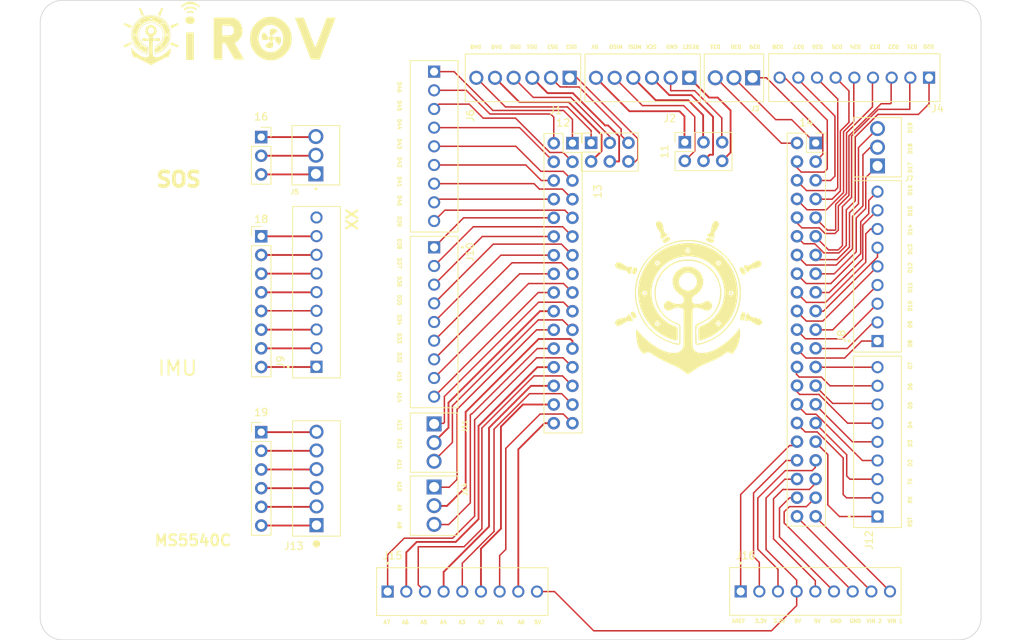
<source format=kicad_pcb>
(kicad_pcb (version 20211014) (generator pcbnew)
  (layers (0 "F.Cu" signal) (31 "B.Cu" signal) (34 "B.Paste" user) (35 "F.Paste" user) (36 "B.SilkS" user "B.Silkscreen") (37 "F.SilkS" user "F.Silkscreen") (38 "B.Mask" user) (39 "F.Mask" user) (44 "Edge.Cuts" user))
  (net 0 "")
  (footprint "rosta:Rosta 9" (layer "F.Cu") (at 113.5888 95.8564 -90)
    (fp_text reference "J6")
    (fp_text value "282834-9")
  )
  (footprint "rosta:Rosta 9" (layer "F.Cu") (at 97.5868 115.697 90)
    (fp_text reference "J9")
    (fp_text value "282834-9")
  )
  (footprint "rosta:Rosta 6" (layer "F.Cu") (at 141.9606 86.5346 180)
    (fp_text reference "J2")
    (fp_text value "282834-6")
  )
  (footprint "MountingHole:MountingHole_3.2mm_M3" (layer "F.Cu") (at 98.171 157.48)
    (fp_text reference "REF**" hide)
    (fp_text value "MountingHole_3.2mm_M3")
  )
  (footprint "MountingHole:MountingHole_3.2mm_M3" (layer "F.Cu") (at 184.3786 127.0508)
    (fp_text reference "REF**" hide)
    (fp_text value "MountingHole_3.2mm_M3")
  )
  (footprint "rosta:Rosta 3" (layer "F.Cu") (at 156.9213 86.5346 180)
    (fp_text reference "J3")
    (fp_text value "282834-3")
  )
  (footprint "MountingHole:MountingHole_3.2mm_M3" (layer "F.Cu") (at 64.008 127.0762)
    (fp_text reference "REF**" hide)
    (fp_text value "MountingHole_3.2mm_M3")
  )
  (footprint "Connector_PinHeader_2.54mm:PinHeader_1x08_P2.54mm_Vertical" (layer "F.Cu") (at 90.0684 108.1024)
    (fp_text reference "18")
    (fp_text value "PinHeader_1x08_P2.54mm_Vertical")
  )
  (footprint "rosta:Rosta 6" (layer "F.Cu") (at 125.6817 86.5346 180)
    (fp_text reference "J1")
    (fp_text value "282834-6")
  )
  (footprint "MountingHole:MountingHole_3.2mm_M3" (layer "F.Cu") (at 106.2736 79.629)
    (fp_text reference "REF**" hide)
    (fp_text value "MountingHole_3.2mm_M3")
  )
  (footprint "rosta:Rosta 3" (layer "F.Cu") (at 173.9138 98.5235 90)
    (fp_text reference "J7")
    (fp_text value "282834-3")
  )
  (footprint "rosta:Rosta 9" (layer "F.Cu") (at 165.4556 156.4185)
    (fp_text reference "J16")
    (fp_text value "282834-9")
  )
  (footprint "MountingHole:MountingHole_3.2mm_M3" (layer "F.Cu") (at 147.2692 157.4546)
    (fp_text reference "REF**" hide)
    (fp_text value "MountingHole_3.2mm_M3")
  )
  (footprint "Logos:ww" (layer "F.Cu") (at 148.209 116.4082)
    (fp_text reference "." hide)
    (fp_text value "." hide)
  )
  (footprint "rosta:Rosta 3" (layer "F.Cu") (at 97.5 99.6115 90)
    (fp_text reference "J5")
    (fp_text value "282834-3")
  )
  (footprint "Connector_PinSocket_2.54mm:PinSocket_2x03_P2.54mm_Vertical" (layer "F.Cu") (at 134.9502 95.377 90)
    (fp_text reference "13")
    (fp_text value "PinSocket_2x03_P2.54mm_Vertical")
  )
  (footprint "rosta:Rosta 6" (layer "F.Cu") (at 97.5868 141.0462 90)
    (fp_text reference "J13")
    (fp_text value "282834-6")
  )
  (footprint "rosta:Rosta 9" (layer "F.Cu") (at 113.5888 119.7578 -90)
    (fp_text reference "J10")
    (fp_text value "282834-9")
  )
  (footprint "rosta:Rosta 9" (layer "F.Cu") (at 173.9138 112.1886 90)
    (fp_text reference "J8")
    (fp_text value "282834-9")
  )
  (footprint "MountingHole:MountingHole_3.2mm_M3" (layer "F.Cu") (at 184.3786 101.5746)
    (fp_text reference "REF**" hide)
    (fp_text value "MountingHole_3.2mm_M3")
  )
  (footprint "rosta:Rosta 3" (layer "F.Cu") (at 113.5888 133.6261 -90)
    (fp_text reference "J11")
    (fp_text value "282834-3")
  )
  (footprint "Connector_PinSocket_2.54mm:PinSocket_2x21_P2.54mm_Vertical" (layer "F.Cu") (at 165.5 95.4)
    (fp_text reference "14")
    (fp_text value "PinSocket_2x21_P2.54mm_Vertical")
  )
  (footprint "Connector_PinSocket_2.54mm:PinSocket_1x03_P2.54mm_Vertical" (layer "F.Cu") (at 90.0632 94.6)
    (fp_text reference "16")
    (fp_text value "PinSocket_1x03_P2.54mm_Vertical")
  )
  (footprint "MountingHole:MountingHole_3.2mm_M3" (layer "F.Cu") (at 184.3786 157.48)
    (fp_text reference "REF**" hide)
    (fp_text value "MountingHole_3.2mm_M3")
  )
  (footprint "rosta:Rosta 9" (layer "F.Cu") (at 117.4242 156.4354)
    (fp_text reference "J15")
    (fp_text value "282834-9")
  )
  (footprint "MountingHole:MountingHole_3.2mm_M3" (layer "F.Cu") (at 184.3786 79.6544)
    (fp_text reference "REF**" hide)
    (fp_text value "MountingHole_3.2mm_M3")
  )
  (footprint "Connector_PinSocket_2.54mm:PinSocket_2x16_P2.54mm_Vertical" (layer "F.Cu") (at 132.4102 95.4278)
    (fp_text reference "12")
    (fp_text value "PinSocket_2x16_P2.54mm_Vertical")
  )
  (footprint "rosta:Rosta 9" (layer "F.Cu") (at 173.9138 136.0646 90)
    (fp_text reference "J12")
    (fp_text value "282834-9")
  )
  (footprint "MountingHole:MountingHole_3.2mm_M3" (layer "F.Cu") (at 64.008 79.6798)
    (fp_text reference "REF**" hide)
    (fp_text value "MountingHole_3.2mm_M3")
  )
  (footprint "Connector_PinHeader_2.54mm:PinHeader_1x06_P2.54mm_Vertical" (layer "F.Cu") (at 90.0684 134.747)
    (fp_text reference "19")
    (fp_text value "PinHeader_1x06_P2.54mm_Vertical")
  )
  (footprint "MountingHole:MountingHole_3.2mm_M3" (layer "F.Cu") (at 64.008 101.6)
    (fp_text reference "REF**" hide)
    (fp_text value "MountingHole_3.2mm_M3")
  )
  (footprint "rosta:Rosta 3" (layer "F.Cu") (at 113.5888 142.2114 -90)
    (fp_text reference "J14")
    (fp_text value "282834-3")
  )
  (footprint "Connector_PinSocket_2.54mm:PinSocket_2x03_P2.54mm_Vertical" (layer "F.Cu") (at 147.7 95.3 90)
    (fp_text reference "11")
    (fp_text value "PinSocket_2x03_P2.54mm_Vertical")
  )
  (footprint "rosta:Rosta 9" (layer "F.Cu") (at 170.7642 86.5124 180)
    (fp_text reference "J4")
    (fp_text value "282834-9")
  )
  (footprint "MountingHole:MountingHole_3.2mm_M3" (layer "F.Cu") (at 64.008 157.5054)
    (fp_text reference "REF**" hide)
    (fp_text value "MountingHole_3.2mm_M3")
  )
  (footprint "Logos:pp" (layer "F.Cu") (at 85.62629 80.708935)
    (fp_text reference ".")
    (fp_text value "." hide)
  )
  (gr_arc (start 185 76) (mid 187.12132 76.87868) (end 188 79) (layer "Edge.Cuts") (width 0.1))
  (gr_arc (start 63 163) (mid 60.87868 162.12132) (end 60 160) (layer "Edge.Cuts") (width 0.1))
  (gr_line (start 188 79) (end 188 160) (layer "Edge.Cuts") (width 0.1))
  (gr_line (start 185 163) (end 63 163) (layer "Edge.Cuts") (width 0.1))
  (gr_line (start 63 76) (end 185 76) (layer "Edge.Cuts") (width 0.1))
  (gr_arc (start 60 79) (mid 60.87868 76.87868) (end 63 76) (layer "Edge.Cuts") (width 0.1))
  (gr_line (start 60 160) (end 60 79) (layer "Edge.Cuts") (width 0.1))
  (gr_arc (start 188 160) (mid 187.12132 162.12132) (end 185 163) (layer "Edge.Cuts") (width 0.1))
  (gr_text "5V" (at 127.6858 160.601) (layer "F.SilkS") (effects (font (size 0.5 0.5) (thickness 0.125))))
  (gr_text "A14\n" (at 108.8644 130.0194 270) (layer "F.SilkS") (effects (font (size 0.5 0.5) (thickness 0.125))))
  (gr_text "A0" (at 125.4252 160.601) (layer "F.SilkS") (effects (font (size 0.5 0.5) (thickness 0.125))))
  (gr_text "D17" (at 178.3588 98.752 90) (layer "F.SilkS") (effects (font (size 0.5 0.5) (thickness 0.125))))
  (gr_text "3.3V" (at 160.5534 160.4486) (layer "F.SilkS") (effects (font (size 0.5 0.5) (thickness 0.125))))
  (gr_text "A5" (at 112.1918 160.601) (layer "F.SilkS") (effects (font (size 0.5 0.5) (thickness 0.125))))
  (gr_text "VIN 1" (at 176.3014 160.4486) (layer "F.SilkS") (effects (font (size 0.5 0.5) (thickness 0.125))))
  (gr_text "A2" (at 120.015 160.601) (layer "F.SilkS") (effects (font (size 0.5 0.5) (thickness 0.125))))
  (gr_text "D7" (at 178.3588 125.7014 90) (layer "F.SilkS") (effects (font (size 0.5 0.5) (thickness 0.125))))
  (gr_text "D52" (at 129.7178 82.2928 180) (layer "F.SilkS") (effects (font (size 0.5 0.5) (thickness 0.125))))
  (gr_text "D8" (at 178.3588 122.7042 90) (layer "F.SilkS") (effects (font (size 0.5 0.5) (thickness 0.125))))
  (gr_text "D5" (at 178.3588 131.1116 90) (layer "F.SilkS") (effects (font (size 0.5 0.5) (thickness 0.125))))
  (gr_text "D36" (at 108.8644 114.2714 270) (layer "F.SilkS") (effects (font (size 0.5 0.5) (thickness 0.125))))
  (gr_text "5V" (at 163.068 160.4486) (layer "F.SilkS") (effects (font (size 0.5 0.5) (thickness 0.125))))
  (gr_text "SCK" (at 143.1036 82.2928 180) (layer "F.SilkS") (effects (font (size 0.5 0.5) (thickness 0.125))))
  (gr_text "D41" (at 108.8644 100.6824 270) (layer "F.SilkS") (effects (font (size 0.5 0.5) (thickness 0.125))))
  (gr_text "D11" (at 178.3588 115.0588 90) (layer "F.SilkS") (effects (font (size 0.5 0.5) (thickness 0.125))))
  (gr_text "D24" (at 170.9166 82.2928 180) (layer "F.SilkS") (effects (font (size 0.5 0.5) (thickness 0.125))))
  (gr_text "A6" (at 109.6772 160.601) (layer "F.SilkS") (effects (font (size 0.5 0.5) (thickness 0.125))))
  (gr_text "GND\n" (at 170.8912 160.4486) (layer "F.SilkS") (effects (font (size 0.5 0.5) (thickness 0.125))))
  (gr_text "D53" (at 132.2832 82.2928 180) (layer "F.SilkS") (effects (font (size 0.5 0.5) (thickness 0.125))))
  (gr_text "D20" (at 180.8734 82.2706 180) (layer "F.SilkS") (effects (font (size 0.5 0.5) (thickness 0.125))))
  (gr_text "A1" (at 122.5804 160.601) (layer "F.SilkS") (effects (font (size 0.5 0.5) (thickness 0.125))))
  (gr_text "VIN 2\n" (at 173.4566 160.4486) (layer "F.SilkS") (effects (font (size 0.5 0.5) (thickness 0.125))))
  (gr_text "D26" (at 165.7604 82.2928 180) (layer "F.SilkS") (effects (font (size 0.5 0.5) (thickness 0.125))))
  (gr_text "A15" (at 108.8644 127.1746 270) (layer "F.SilkS") (effects (font (size 0.5 0.5) (thickness 0.125))))
  (gr_text "GND" (at 145.9484 82.2928 180) (layer "F.SilkS") (effects (font (size 0.5 0.5) (thickness 0.125))))
  (gr_text "D19" (at 178.3588 93.3418 90) (layer "F.SilkS") (effects (font (size 0.5 0.5) (thickness 0.125))))
  (gr_text "D10" (at 178.3588 117.5734 90) (layer "F.SilkS") (effects (font (size 0.5 0.5) (thickness 0.125))))
  (gr_text "D34" (at 108.8644 119.453 270) (layer "F.SilkS") (effects (font (size 0.5 0.5) (thickness 0.125))))
  (gr_text "D31" (at 151.8158 82.2928 180) (layer "F.SilkS") (effects (font (size 0.5 0.5) (thickness 0.125))))
  (gr_text "A10" (at 108.8644 142.1352 270) (layer "F.SilkS") (effects (font (size 0.5 0.5) (thickness 0.125))))
  (gr_text "D29" (at 157.226 82.2928 180) (layer "F.SilkS") (effects (font (size 0.5 0.5) (thickness 0.125))))
  (gr_text "D25" (at 168.402 82.2928 180) (layer "F.SilkS") (effects (font (size 0.5 0.5) (thickness 0.125))))
  (gr_text "3.3V" (at 158.0388 160.4486) (layer "F.SilkS") (effects (font (size 0.5 0.5) (thickness 0.125))))
  (gr_text "A3" (at 117.3734 160.601) (layer "F.SilkS") (effects (font (size 0.5 0.5) (thickness 0.125))))
  (gr_text "5V\n" (at 165.735 160.4486) (layer "F.SilkS") (effects (font (size 0.5 0.5) (thickness 0.125))))
  (gr_text "D50" (at 124.6632 82.2928 180) (layer "F.SilkS") (effects (font (size 0.5 0.5) (thickness 0.125))))
  (gr_text "D27" (at 163.195 82.2928 180) (layer "F.SilkS") (effects (font (size 0.5 0.5) (thickness 0.125))))
  (gr_text "D44" (at 108.8644 92.8592 270) (layer "F.SilkS") (effects (font (size 0.5 0.5) (thickness 0.125))))
  (gr_text "RX\n" (at 178.3588 143.964 90) (layer "F.SilkS") (effects (font (size 0.5 0.5) (thickness 0.125))))
  (gr_text "D14" (at 178.3588 107.2356 90) (layer "F.SilkS") (effects (font (size 0.5 0.5) (thickness 0.125))))
  (gr_text "D16" (at 178.3588 101.8254 90) (layer "F.SilkS") (effects (font (size 0.5 0.5) (thickness 0.125))))
  (gr_text "D49" (at 122.0978 82.2928 180) (layer "F.SilkS") (effects (font (size 0.5 0.5) (thickness 0.125))))
  (gr_text "SOS" (at 78.8416 100.3554) (layer "F.SilkS") (effects (font (size 2 2) (thickness 0.5))))
  (gr_text "5V" (at 135.4836 82.2928 180) (layer "F.SilkS") (effects (font (size 0.5 0.5) (thickness 0.125))))
  (gr_text "MOSI" (at 140.8938 82.2928 180) (layer "F.SilkS") (effects (font (size 0.5 0.5) (thickness 0.125))))
  (gr_text "D42" (at 108.8644 98.0408 270) (layer "F.SilkS") (effects (font (size 0.5 0.5) (thickness 0.125))))
  (gr_text "D22" (at 176.0982 82.2928 180) (layer "F.SilkS") (effects (font (size 0.5 0.5) (thickness 0.125))))
  (gr_text "RESET\n" (at 148.5138 82.2928 180) (layer "F.SilkS") (effects (font (size 0.5 0.5) (thickness 0.125))))
  (gr_text "A8\n" (at 108.8644 147.4184 270) (layer "F.SilkS") (effects (font (size 0.5 0.5) (thickness 0.125))))
  (gr_text "D39" (at 108.8644 106.0926 270) (layer "F.SilkS") (effects (font (size 0.5 0.5) (thickness 0.125))))
  (gr_text "D21" (at 178.6128 82.2928 180) (layer "F.SilkS") (effects (font (size 0.5 0.5) (thickness 0.125))))
  (gr_text "D9" (at 178.3588 120.088 90) (layer "F.SilkS") (effects (font (size 0.5 0.5) (thickness 0.125))))
  (gr_text "A9" (at 108.8644 145.0308 270) (layer "F.SilkS") (effects (font (size 0.5 0.5) (thickness 0.125))))
  (gr_text "D23" (at 173.5836 82.2928 180) (layer "F.SilkS") (effects (font (size 0.5 0.5) (thickness 0.125))))
  (gr_text "A7" (at 107.1626 160.601) (layer "F.SilkS") (effects (font (size 0.5 0.5) (thickness 0.125))))
  (gr_text "D6" (at 178.3588 128.5462 90) (layer "F.SilkS") (effects (font (size 0.5 0.5) (thickness 0.125))))
  (gr_text "MISO\n" (at 138.3284 82.2928 180) (layer "F.SilkS") (effects (font (size 0.5 0.5) (thickness 0.125))))
  (gr_text "D3" (at 178.3588 136.2678 90) (layer "F.SilkS") (effects (font (size 0.5 0.5) (thickness 0.125))))
  (gr_text "A12" (at 108.8644 136.3186 270) (layer "F.SilkS") (effects (font (size 0.5 0.5) (thickness 0.125))))
  (gr_text "TX" (at 178.3588 141.4494 90) (layer "F.SilkS") (effects (font (size 0.5 0.5) (thickness 0.125))))
  (gr_text "D48" (at 119.253 82.2928 180) (layer "F.SilkS") (effects (font (size 0.5 0.5) (thickness 0.125))))
  (gr_text "D40" (at 108.8644 103.2478 270) (layer "F.SilkS") (effects (font (size 0.5 0.5) (thickness 0.125))))
  (gr_text "D43" (at 108.8644 95.5262 270) (layer "F.SilkS") (effects (font (size 0.5 0.5) (thickness 0.125))))
  (gr_text "IMU" (at 78.6892 126.0348) (layer "F.SilkS") (effects (font (size 2 2) (thickness 0.25))))
  (gr_text "D33" (at 108.8644 121.9676 270) (layer "F.SilkS") (effects (font (size 0.5 0.5) (thickness 0.125))))
  (gr_text "D37" (at 108.8644 111.7568 270) (layer "F.SilkS") (effects (font (size 0.5 0.5) (thickness 0.125))))
  (gr_text "D18" (at 178.3588 96.1866 90) (layer "F.SilkS") (effects (font (size 0.5 0.5) (thickness 0.125))))
  (gr_text "A13" (at 108.8644 133.7532 270) (layer "F.SilkS") (effects (font (size 0.5 0.5) (thickness 0.125))))
  (gr_text "AREF\n" (at 155.0162 160.4486) (layer "F.SilkS") (effects (font (size 0.5 0.5) (thickness 0.125))))
  (gr_text "D12" (at 178.3588 112.3918 90) (layer "F.SilkS") (effects (font (size 0.5 0.5) (thickness 0.125))))
  (gr_text "XX\n" (at 102.3 105.8 270) (layer "F.SilkS") (effects (font (size 1.5 1.5) (thickness 0.3))))
  (gr_text "A11" (at 108.8644 139.1634 270) (layer "F.SilkS") (effects (font (size 0.5 0.5) (thickness 0.125))))
  (gr_text "D13" (at 178.3588 109.8772 90) (layer "F.SilkS") (effects (font (size 0.5 0.5) (thickness 0.125))))
  (gr_text "D28" (at 160.3502 82.2928 180) (layer "F.SilkS") (effects (font (size 0.5 0.5) (thickness 0.125))))
  (gr_text "D4" (at 178.3588 133.7532 90) (layer "F.SilkS") (effects (font (size 0.5 0.5) (thickness 0.125))))
  (gr_text "MS5540C\n" (at 80.772 149.479) (layer "F.SilkS") (effects (font (size 1.5 1.5) (thickness 0.3))))
  (gr_text "D32" (at 108.8644 124.6092 270) (layer "F.SilkS") (effects (font (size 0.5 0.5) (thickness 0.125))))
  (gr_text "D30" (at 154.6606 82.2928 180) (layer "F.SilkS") (effects (font (size 0.5 0.5) (thickness 0.125))))
  (gr_text "D15" (at 178.3588 104.6702 90) (layer "F.SilkS") (effects (font (size 0.5 0.5) (thickness 0.125))))
  (gr_text "RST\n" (at 178.3588 146.9866 90) (layer "F.SilkS") (effects (font (size 0.5 0.5) (thickness 0.125))))
  (gr_text "D38" (at 108.8644 109.1406 270) (layer "F.SilkS") (effects (font (size 0.5 0.5) (thickness 0.125))))
  (gr_text "D35" (at 108.8644 116.786 270) (layer "F.SilkS") (effects (font (size 0.5 0.5) (thickness 0.125))))
  (gr_text "A4" (at 114.8588 160.601) (layer "F.SilkS") (effects (font (size 0.5 0.5) (thickness 0.125))))
  (gr_text "D51" (at 126.873 82.2928 180) (layer "F.SilkS") (effects (font (size 0.5 0.5) (thickness 0.125))))
  (gr_text "D2" (at 178.3588 138.9348 90) (layer "F.SilkS") (effects (font (size 0.5 0.5) (thickness 0.125))))
  (gr_text "D45" (at 108.8644 90.3446 270) (layer "F.SilkS") (effects (font (size 0.5 0.5) (thickness 0.125))))
  (gr_text "GND\n" (at 168.2496 160.4486) (layer "F.SilkS") (effects (font (size 0.5 0.5) (thickness 0.125))))
  (gr_text "D46" (at 108.8644 87.83 270) (layer "F.SilkS") (effects (font (size 0.5 0.5) (thickness 0.125))))
  (segment (start 113.5888 88.2364) (end 117.9576 88.2364) (width 0.2) (layer "F.Cu") (net 0))
  (segment (start 165.4302 95.4278) (end 162.2298 92.2274) (width 0.2) (layer "F.Cu") (net 0))
  (segment (start 166.4716 96.9264) (end 166.4716 94.2054) (width 0.2) (layer "F.Cu") (net 0))
  (segment (start 127.9874 118.2878) (end 129.8702 118.2878) (width 0.25) (layer "F.Cu") (net 0))
  (segment (start 152.1714 89.227) (end 153.924 90.9796) (width 0.25) (layer "F.Cu") (net 0))
  (segment (start 97.536 137.287) (end 97.5868 137.2362) (width 0.25) (layer "F.Cu") (net 0))
  (segment (start 146.9644 91.0812) (end 147.6502 91.767) (width 0.25) (layer "F.Cu") (net 0))
  (segment (start 165.4302 138.6046) (end 165.4302 138.6078) (width 0.2) (layer "F.Cu") (net 0))
  (segment (start 114.9858 133.423) (end 114.8588 133.55) (width 0.2) (layer "F.Cu") (net 0))
  (segment (start 127.5302 120.8278) (end 116.713 131.645) (width 0.2) (layer "F.Cu") (net 0))
  (segment (start 178.308 90.8272) (end 178.308 86.5886) (width 0.2) (layer "F.Cu") (net 0))
  (segment (start 90.0684 120.8024) (end 97.5614 120.8024) (width 0.25) (layer "F.Cu") (net 0))
  (segment (start 151.5364 97.0026) (end 151.0774 97.0026) (width 0.25) (layer "F.Cu") (net 0))
  (segment (start 90.0632 97.14) (end 97.4315 97.14) (width 0.25) (layer "F.Cu") (net 0))
  (segment (start 149.0472 91.8178) (end 147.5486 90.3192) (width 0.2) (layer "F.Cu") (net 0))
  (segment (start 132.4102 110.6678) (end 130.9084 109.166) (width 0.2) (layer "F.Cu") (net 0))
  (segment (start 139.0396 93.5196) (end 133.3024 87.7824) (width 0.2) (layer "F.Cu") (net 0))
  (segment (start 160.0741 92.2274) (end 154.3813 86.5346) (width 0.2) (layer "F.Cu") (net 0))
  (segment (start 160.5788 149.0017) (end 167.9956 156.4185) (width 0.2) (layer "F.Cu") (net 0))
  (segment (start 115.5699 147.3169) (end 113.5888 147.3169) (width 0.2) (layer "F.Cu") (net 0))
  (segment (start 127.8128 117.0654) (end 114.9858 129.8924) (width 0.2) (layer "F.Cu") (net 0))
  (segment (start 118.9228 106.8038) (end 113.5888 112.1378) (width 0.2) (layer "F.Cu") (net 0))
  (segment (start 132.4102 97.9678) (end 131.137 96.6946) (width 0.2) (layer "F.Cu") (net 0))
  (segment (start 131.0354 101.673) (end 127.9144 101.673) (width 0.2) (layer "F.Cu") (net 0))
  (segment (start 129.3368 96.6946) (end 124.6632 92.021) (width 0.2) (layer "F.Cu") (net 0))
  (segment (start 120.0912 134.185) (end 120.0912 147.901) (width 0.2) (layer "F.Cu") (net 0))
  (segment (start 122.6788 110.6678) (end 113.5888 119.7578) (width 0.2) (layer "F.Cu") (net 0))
  (segment (start 175.6156 156.4132) (end 175.6156 156.4185) (width 0.2) (layer "F.Cu") (net 0))
  (segment (start 126.4412 114.5254) (end 113.5888 127.3778) (width 0.2) (layer "F.Cu") (net 0))
  (segment (start 151.5364 91.8432) (end 151.5364 97.0026) (width 0.25) (layer "F.Cu") (net 0))
  (segment (start 121.6406 109.166) (end 113.5888 117.2178) (width 0.2) (layer "F.Cu") (net 0))
  (segment (start 165.4302 100.5078) (end 167.5352 100.5078) (width 0.2) (layer "F.Cu") (net 0))
  (segment (start 131.9022 89.8366) (end 136.3726 94.307) (width 0.25) (layer "F.Cu") (net 0))
  (segment (start 129.8702 91.894) (end 129.8702 95.4024) (width 0.2) (layer "F.Cu") (net 0))
  (segment (start 132.4102 115.7478) (end 131.1878 114.5254) (width 0.2) (layer "F.Cu") (net 0))
  (segment (start 172.72 103.2224) (end 173.9138 102.0286) (width 0.2) (layer "F.Cu") (net 0))
  (segment (start 138.7602 97.863) (end 138.7062 97.917) (width 0.25) (layer "F.Cu") (net 0))
  (segment (start 163.8776 109.1152) (end 165.3794 109.1152) (width 0.2) (layer "F.Cu") (net 0))
  (segment (start 97.536 134.747) (end 97.5868 134.6962) (width 0.25) (layer "F.Cu") (net 0))
  (segment (start 160.3756 156.4185) (end 160.3756 153.4128) (width 0.2) (layer "F.Cu") (net 0))
  (segment (start 131.7244 90.497) (end 123.2941 90.497) (width 0.2) (layer "F.Cu") (net 0))
  (segment (start 167.0812 98.9298) (end 166.6494 99.3616) (width 0.2) (layer "F.Cu") (net 0))
  (segment (start 109.8042 151.1014) (end 111.2266 149.679) (width 0.25) (layer "F.Cu") (net 0))
  (segment (start 117.8814 142.2368) (end 117.8814 132.0006) (width 0.25) (layer "F.Cu") (net 0))
  (segment (start 132.4102 105.5878) (end 131.3656 104.5432) (width 0.2) (layer "F.Cu") (net 0))
  (segment (start 90.0684 110.6424) (end 97.5614 110.6424) (width 0.25) (layer "F.Cu") (net 0))
  (segment (start 126.7682 128.4478) (end 129.8702 128.4478) (width 0.25) (layer "F.Cu") (net 0))
  (segment (start 169.6974 143.6846) (end 173.9138 143.6846) (width 0.2) (layer "F.Cu") (net 0))
  (segment (start 131.0608 127.0984) (end 127.1778 127.0984) (width 0.2) (layer "F.Cu") (net 0))
  (segment (start 175.768 89.9636) (end 175.6664 90.0652) (width 0.2) (layer "F.Cu") (net 0))
  (segment (start 90.0684 134.747) (end 97.536 134.747) (width 0.25) (layer "F.Cu") (net 0))
  (segment (start 174.3964 90.0652) (end 170.0276 94.434) (width 0.2) (layer "F.Cu") (net 0))
  (segment (start 168.1226 99.9204) (end 168.1226 91.7448) (width 0.2) (layer "F.Cu") (net 0))
  (segment (start 97.536 144.907) (end 97.5868 144.8562) (width 0.25) (layer "F.Cu") (net 0))
  (segment (start 115.5446 130.7306) (end 127.9874 118.2878) (width 0.25) (layer "F.Cu") (net 0))
  (segment (start 164.2396 144.8784) (end 161.925 144.8784) (width 0.2) (layer "F.Cu") (net 0))
  (segment (start 159.4866 161.7726) (end 135.3058 161.7726) (width 0.2) (layer "F.Cu") (net 0))
  (segment (start 113.5888 136.09) (end 115.5446 134.1342) (width 0.25) (layer "F.Cu") (net 0))
  (segment (start 122.5042 151.5332) (end 122.5042 156.4354) (width 0.2) (layer "F.Cu") (net 0))
  (segment (start 126.5682 129.5114) (end 121.7422 134.3374) (width 0.2) (layer "F.Cu") (net 0))
  (segment (start 173.228 90.497) (end 173.228 86.5886) (width 0.2) (layer "F.Cu") (net 0))
  (segment (start 129.4384 91.4622) (end 129.8702 91.894) (width 0.2) (layer "F.Cu") (net 0))
  (segment (start 168.148 107.261) (end 168.2242 107.1848) (width 0.2) (layer "F.Cu") (net 0))
  (segment (start 132.4102 100.5078) (end 131.1624 99.26) (width 0.2) (layer "F.Cu") (net 0))
  (segment (start 134.9502 93.7228) (end 131.7244 90.497) (width 0.2) (layer "F.Cu") (net 0))
  (segment (start 97.5614 120.8024) (end 97.5868 120.777) (width 0.25) (layer "F.Cu") (net 0))
  (segment (start 114.8842 156.4354) (end 114.8842 153.7684) (width 0.25) (layer "F.Cu") (net 0))
  (segment (start 90.0684 147.447) (end 97.536 147.447) (width 0.25) (layer "F.Cu") (net 0))
  (segment (start 117.5988 105.5878) (end 113.5888 109.5978) (width 0.2) (layer "F.Cu") (net 0))
  (segment (start 129.8702 105.5878) (end 117.5988 105.5878) (width 0.2) (layer "F.Cu") (net 0))
  (segment (start 128.016 132.28) (end 123.3424 136.9536) (width 0.2) (layer "F.Cu") (net 0))
  (segment (start 116.713 131.645) (end 116.713 141.17) (width 0.2) (layer "F.Cu") (net 0))
  (segment (start 120.1388 108.1278) (end 113.5888 114.6778) (width 0.2) (layer "F.Cu") (net 0))
  (segment (start 132.1784 89.2016) (end 127.0787 89.2016) (width 0.2) (layer "F.Cu") (net 0))
  (segment (start 132.4102 113.2078) (end 130.9084 111.706) (width 0.2) (layer "F.Cu") (net 0))
  (segment (start 157.0482 151.6856) (end 157.8356 152.473) (width 0.2) (layer "F.Cu") (net 0))
  (segment (start 118.745 132.2546) (end 118.6688 132.2546) (width 0.2) (layer "F.Cu") (net 0))
  (segment (start 136.8552 93.0116) (end 137.2616 93.0116) (width 0.25) (layer "F.Cu") (net 0))
  (segment (start 167.1034 107.261) (end 168.148 107.261) (width 0.2) (layer "F.Cu") (net 0))
  (segment (start 140.0302 95.377) (end 139.0396 94.3864) (width 0.2) (layer "F.Cu") (net 0))
  (segment (start 119.1006 146.1738) (end 116.1034 149.171) (width 0.2) (layer "F.Cu") (net 0))
  (segment (start 158.75 150.7204) (end 162.9156 154.886) (width 0.2) (layer "F.Cu") (net 0))
  (segment (start 132.1308 122.0692) (end 132.4102 122.3486) (width 0.25) (layer "F.Cu") (net 0))
  (segment (start 169.8498 133.5246) (end 165.9382 129.613) (width 0.2) (layer "F.Cu") (net 0))
  (segment (start 164.2332 117.0908) (end 166.8526 117.0908) (width 0.2) (layer "F.Cu") (net 0))
  (segment (start 136.3726 94.307) (end 136.3726 96.4946) (width 0.25) (layer "F.Cu") (net 0))
  (segment (start 116.3066 85.6964) (end 113.5888 85.6964) (width 0.2) (layer "F.Cu") (net 0))
  (segment (start 125.0442 156.4354) (end 125.0442 137.0838) (width 0.25) (layer "F.Cu") (net 0))
  (segment (start 132.4102 103.0478) (end 131.0354 101.673) (width 0.2) (layer "F.Cu") (net 0))
  (segment (start 143.7386 89.5826) (end 148.1582 89.5826) (width 0.25) (layer "F.Cu") (net 0))
  (segment (start 161.2138 147.0967) (end 170.5356 156.4185) (width 0.2) (layer "F.Cu") (net 0))
  (segment (start 132.4102 118.2878) (end 131.1878 117.0654) (width 0.2) (layer "F.Cu") (net 0))
  (segment (start 90.0684 137.287) (end 97.536 137.287) (width 0.25) (layer "F.Cu") (net 0))
  (segment (start 127.0787 89.2016) (end 124.4117 86.5346) (width 0.2) (layer "F.Cu") (net 0))
  (segment (start 145.8468 88.3126) (end 145.7706 88.2364) (width 0.2) (layer "F.Cu") (net 0))
  (segment (start 168.656 110.3598) (end 169.672 109.3438) (width 0.2) (layer "F.Cu") (net 0))
  (segment (start 165.4302 125.9078) (end 173.9106 125.9078) (width 0.2) (layer "F.Cu") (net 0))
  (segment (start 171.323 103.6796) (end 171.323 96.0343) (width 0.2) (layer "F.Cu") (net 0))
  (segment (start 117.8814 132.0006) (end 127.8128 122.0692) (width 0.25) (layer "F.Cu") (net 0))
  (segment (start 165.4334 138.6046) (end 165.4302 138.6078) (width 0.2) (layer "F.Cu") (net 0))
  (segment (start 165.4334 136.0646) (end 165.4302 136.0678) (width 0.2) (layer "F.Cu") (net 0))
  (segment (start 166.9542 104.4924) (end 169.291 102.1556) (width 0.2) (layer "F.Cu") (net 0))
  (segment (start 170.5102 109.801) (end 170.5102 105.3814) (width 0.2) (layer "F.Cu") (net 0))
  (segment (start 170.0276 92.6052) (end 168.8592 93.7736) (width 0.2) (layer "F.Cu") (net 0))
  (segment (start 125.2188 93.3164) (end 129.8702 97.9678) (width 0.2) (layer "F.Cu") (net 0))
  (segment (start 127.7588 115.7478) (end 113.5888 129.9178) (width 0.2) (layer "F.Cu") (net 0))
  (segment (start 168.402 111.2742) (end 170.1038 109.5724) (width 0.2) (layer "F.Cu") (net 0))
  (segment (start 167.5352 100.5078) (end 168.1226 99.9204) (width 0.2) (layer "F.Cu") (net 0))
  (segment (start 145.8722 88.2872) (end 145.8468 88.3126) (width 0.2) (layer "F.Cu") (net 0))
  (segment (start 162.8902 110.6678) (end 164.2332 112.0108) (width 0.2) (layer "F.Cu") (net 0))
  (segment (start 161.2138 145.5896) (end 161.2138 147.0967) (width 0.2) (layer "F.Cu") (net 0))
  (segment (start 129.8702 95.4024) (end 129.8956 95.4278) (width 0.2) (layer "F.Cu") (net 0))
  (segment (start 116.1034 149.171) (end 109.5248 149.171) (width 0.2) (layer "F.Cu") (net 0))
  (segment (start 97.5614 113.1824) (end 97.5868 113.157) (width 0.25) (layer "F.Cu") (net 0))
  (segment (start 168.5036 101.4952) (end 168.5036 89.4302) (width 0.2) (layer "F.Cu") (net 0))
  (segment (start 180.9242 90.0684) (end 180.9242 86.5124) (width 0.2) (layer "F.Cu") (net 0))
  (segment (start 166.0144 106.9562) (end 163.6268 106.9562) (width 0.2) (layer "F.Cu") (net 0))
  (segment (start 163.1442 86.7632) (end 163.1442 86.5124) (width 0.2) (layer "F.Cu") (net 0))
  (segment (start 130.9084 109.166) (end 121.6406 109.166) (width 0.2) (layer "F.Cu") (net 0))
  (segment (start 131.1624 132.28) (end 128.016 132.28) (width 0.2) (layer "F.Cu") (net 0))
  (segment (start 173.7614 130.8322) (end 173.9138 130.9846) (width 0.2) (layer "F.Cu") (net 0))
  (segment (start 130.9338 129.5114) (end 126.5682 129.5114) (width 0.2) (layer "F.Cu") (net 0))
  (segment (start 147.7 97.84) (end 149.0472 96.4928) (width 0.2) (layer "F.Cu") (net 0))
  (segment (start 170.1546 141.1446) (end 169.7228 140.7128) (width 0.2) (layer "F.Cu") (net 0))
  (segment (start 153.924 90.9796) (end 153.924 96.696) (width 0.25) (layer "F.Cu") (net 0))
  (segment (start 113.5888 93.3164) (end 125.2188 93.3164) (width 0.2) (layer "F.Cu") (net 0))
  (segment (start 114.0174 103.0478) (end 113.5888 103.4764) (width 0.2) (layer "F.Cu") (net 0))
  (segment (start 173.9138 133.5246) (end 169.8498 133.5246) (width 0.2) (layer "F.Cu") (net 0))
  (segment (start 173.9138 110.9186) (end 173.9138 109.6486) (width 0.2) (layer "F.Cu") (net 0))
  (segment (start 165.4302 146.2278) (end 175.6156 156.4132) (width 0.2) (layer "F.Cu") (net 0))
  (segment (start 169.2402 138.249) (end 169.2402 143.2274) (width 0.2) (layer "F.Cu") (net 0))
  (segment (start 140.9224 97.9646) (end 140.0302 97.9646) (width 0.2) (layer "F.Cu") (net 0))
  (segment (start 116.713 141.17) (end 115.6461 142.2369) (width 0.2) (layer "F.Cu") (net 0))
  (segment (start 170.0276 88.3158) (end 170.0276 92.6052) (width 0.2) (layer "F.Cu") (net 0))
  (segment (start 172.974 107.1086) (end 173.9138 107.1086) (width 0.2) (layer "F.Cu") (net 0))
  (segment (start 165.4302 128.4478) (end 167.8146 130.8322) (width 0.2) (layer "F.Cu") (net 0))
  (segment (start 111.4298 155.521) (end 112.3442 156.4354) (width 0.2) (layer "F.Cu") (net 0))
  (segment (start 129.8702 110.6678) (end 122.6788 110.6678) (width 0.2) (layer "F.Cu") (net 0))
  (segment (start 153.924 96.696) (end 152.78 97.84) (width 0.25) (layer "F.Cu") (net 0))
  (segment (start 173.9138 128.4446) (end 167.4622 128.4446) (width 0.2) (layer "F.Cu") (net 0))
  (segment (start 158.8008 86.5346) (end 156.9213 86.5346) (width 0.2) (layer "F.Cu") (net 0))
  (segment (start 166.5446 118.2878) (end 173.9138 110.9186) (width 0.2) (layer "F.Cu") (net 0))
  (segment (start 164.2332 119.6308) (end 166.4716 119.6308) (width 0.2) (layer "F.Cu") (net 0))
  (segment (start 161.4646 138.6078) (end 157.0482 143.0242) (width 0.2) (layer "F.Cu") (net 0))
  (segment (start 119.9642 150.5934) (end 122.682 147.8756) (width 0.25) (layer "F.Cu") (net 0))
  (segment (start 158.75 143.71) (end 158.75 150.7204) (width 0.2) (layer "F.Cu") (net 0))
  (segment (start 129.8702 108.1278) (end 120.1388 108.1278) (width 0.2) (layer "F.Cu") (net 0))
  (segment (start 132.4102 122.3486) (end 132.4102 123.3678) (width 0.25) (layer "F.Cu") (net 0))
  (segment (start 128.6002 133.5278) (end 129.8702 133.5278) (width 0.25) (layer "F.Cu") (net 0))
  (segment (start 170.3832 102.816) (end 170.3832 94.4594) (width 0.2) (layer "F.Cu") (net 0))
  (segment (start 164.2078 132.3054) (end 165.5572 132.3054) (width 0.2) (layer "F.Cu") (net 0))
  (segment (start 124.6632 92.021) (end 120.269 92.021) (width 0.2) (layer "F.Cu") (net 0))
  (segment (start 170.0276 94.434) (end 170.0276 102.5366) (width 0.2) (layer "F.Cu") (net 0))
  (segment (start 121.7422 148.2566) (end 117.4242 152.5746) (width 0.2) (layer "F.Cu") (net 0))
  (segment (start 131.0862 106.8038) (end 118.9228 106.8038) (width 0.2) (layer "F.Cu") (net 0))
  (segment (start 157.0482 143.0242) (end 157.0482 151.6856) (width 0.2) (layer "F.Cu") (net 0))
  (segment (start 120.269 92.021) (end 118.364 90.116) (width 0.2) (layer "F.Cu") (net 0))
  (segment (start 165.4334 133.5246) (end 165.4302 133.5278) (width 0.2) (layer "F.Cu") (net 0))
  (segment (start 168.5036 89.4302) (end 165.6842 86.6108) (width 0.2) (layer "F.Cu") (net 0))
  (segment (start 162.8902 113.2078) (end 164.2078 114.5254) (width 0.2) (layer "F.Cu") (net 0))
  (segment (start 137.2616 93.0116) (end 138.7602 94.5102) (width 0.25) (layer "F.Cu") (net 0))
  (segment (start 170.3832 94.4594) (end 174.0154 90.8272) (width 0.2) (layer "F.Cu") (net 0))
  (segment (start 172.3136 111.6298) (end 172.3136 107.769) (width 0.2) (layer "F.Cu") (net 0))
  (segment (start 122.682 133.9818) (end 125.676 130.9878) (width 0.25) (layer "F.Cu") (net 0))
  (segment (start 155.2956 156.4185) (end 155.2956 143.2274) (width 0.2) (layer "F.Cu") (net 0))
  (segment (start 162.2298 92.2274) (end 160.0741 92.2274) (width 0.2) (layer "F.Cu") (net 0))
  (segment (start 137.4902 94.5134) (end 132.1784 89.2016) (width 0.2) (layer "F.Cu") (net 0))
  (segment (start 129.8702 123.3678) (end 127.6318 123.3678) (width 0.2) (layer "F.Cu") (net 0))
  (segment (start 160.5788 145.0562) (end 160.5788 149.0017) (width 0.2) (layer "F.Cu") (net 0))
  (segment (start 157.8356 152.473) (end 157.8356 156.4185) (width 0.2) (layer "F.Cu") (net 0))
  (segment (start 90.0684 144.907) (end 97.536 144.907) (width 0.25) (layer "F.Cu") (net 0))
  (segment (start 173.228 86.5886) (end 173.3042 86.5124) (width 0.2) (layer "F.Cu") (net 0))
  (segment (start 168.5798 107.261) (end 168.1226 107.7182) (width 0.2) (layer "F.Cu") (net 0))
  (segment (start 165.6842 86.6108) (end 165.6842 86.5124) (width 0.2) (layer "F.Cu") (net 0))
  (segment (start 162.8902 138.6078) (end 161.4646 138.6078) (width 0.2) (layer "F.Cu") (net 0))
  (segment (start 125.2188 113.2078) (end 113.5888 124.8378) (width 0.2) (layer "F.Cu") (net 0))
  (segment (start 125.0442 137.0838) (end 128.6002 133.5278) (width 0.25) (layer "F.Cu") (net 0))
  (segment (start 163.6268 106.9562) (end 162.8902 106.2196) (width 0.2) (layer "F.Cu") (net 0))
  (segment (start 97.5614 123.3424) (end 97.5868 123.317) (width 0.25) (layer "F.Cu") (net 0))
  (segment (start 165.4302 108.1278) (end 167.2558 109.9534) (width 0.2) (layer "F.Cu") (net 0))
  (segment (start 131.3656 104.5432) (end 115.062 104.5432) (width 0.2) (layer "F.Cu") (net 0))
  (segment (start 165.4302 143.6878) (end 164.2396 144.8784) (width 0.2) (layer "F.Cu") (net 0))
  (segment (start 147.5486 90.3192) (end 141.9352 90.3192) (width 0.2) (layer "F.Cu") (net 0))
  (segment (start 164.1824 124.66) (end 169.4434 124.66) (width 0.2) (layer "F.Cu") (net 0))
  (segment (start 116.5352 149.679) (end 119.634 146.5802) (width 0.25) (layer "F.Cu") (net 0))
  (segment (start 149.0218 88.2872) (end 145.8722 88.2872) (width 0.2) (layer "F.Cu") (net 0))
  (segment (start 90.0684 113.1824) (end 97.5614 113.1824) (width 0.25) (layer "F.Cu") (net 0))
  (segment (start 132.4102 108.1278) (end 131.0862 106.8038) (width 0.2) (layer "F.Cu") (net 0))
  (segment (start 117.6528 150.3394) (end 111.4298 150.3394) (width 0.2) (layer "F.Cu") (net 0))
  (segment (start 145.7706 88.2364) (end 145.7706 86.5346) (width 0.2) (layer "F.Cu") (net 0))
  (segment (start 118.6688 132.2546) (end 118.5164 132.407) (width 0.2) (layer "F.Cu") (net 0))
  (segment (start 166.6494 99.3616) (end 163.5506 99.3616) (width 0.2) (layer "F.Cu") (net 0))
  (segment (start 132.4102 95.4024) (end 132.4102 92.1988) (width 0.2) (layer "F.Cu") (net 0))
  (segment (start 123.2941 90.497) (end 119.3317 86.5346) (width 0.2) (layer "F.Cu") (net 0))
  (segment (start 132.4102 120.8278) (end 131.0608 119.4784) (width 0.2) (layer "F.Cu") (net 0))
  (segment (start 132.4102 133.5278) (end 131.1624 132.28) (width 0.2) (layer "F.Cu") (net 0))
  (segment (start 129.8702 115.7478) (end 127.7588 115.7478) (width 0.2) (layer "F.Cu") (net 0))
  (segment (start 165.7096 134.7184) (end 169.2402 138.249) (width 0.2) (layer "F.Cu") (net 0))
  (segment (start 159.766 143.8116) (end 161.036 142.5416) (width 0.2) (layer "F.Cu") (net 0))
  (segment (start 129.9686 156.4354) (end 127.5842 156.4354) (width 0.2) (layer "F.Cu") (net 0))
  (segment (start 138.7062 97.917) (end 137.4902 97.917) (width 0.25) (layer "F.Cu") (net 0))
  (segment (start 161.3122 141.1478) (end 158.75 143.71) (width 0.2) (layer "F.Cu") (net 0))
  (segment (start 118.364 90.116) (end 114.2492 90.116) (width 0.2) (layer "F.Cu") (net 0))
  (segment (start 90.0938 118.237) (end 90.0684 118.2624) (width 0.2) (layer "F.Cu") (net 0))
  (segment (start 115.3413 144.7769) (end 117.8814 142.2368) (width 0.25) (layer "F.Cu") (net 0))
  (segment (start 135.3058 161.7726) (end 129.9686 156.4354) (width 0.2) (layer "F.Cu") (net 0))
  (segment (start 172.9485 95.9835) (end 173.9138 95.9835) (width 0.2) (layer "F.Cu") (net 0))
  (segment (start 109.5248 149.171) (end 107.2642 151.4316) (width 0.2) (layer "F.Cu") (net 0))
  (segment (start 121.0564 147.5962) (end 121.0564 134.1596) (width 0.25) (layer "F.Cu") (net 0))
  (segment (start 161.9472 143.6878) (end 160.5788 145.0562) (width 0.2) (layer "F.Cu") (net 0))
  (segment (start 165.4302 115.7478) (end 167.332 115.7478) (width 0.2) (layer "F.Cu") (net 0))
  (segment (start 162.8902 103.0478) (end 164.3348 104.4924) (width 0.2) (layer "F.Cu") (net 0))
  (segment (start 168.3004 112.0108) (end 170.5102 109.801) (width 0.2) (layer "F.Cu") (net 0))
  (segment (start 90.0684 139.827) (end 97.536 139.827) (width 0.25) (layer "F.Cu") (net 0))
  (segment (start 168.1226 91.7448) (end 167.8686 91.4908) (width 0.2) (layer "F.Cu") (net 0))
  (segment (start 168.8592 101.927) (end 167.7384 103.0478) (width 0.2) (layer "F.Cu") (net 0))
  (segment (start 157.6324 150.6696) (end 157.6324 143.71) (width 0.2) (layer "F.Cu") (net 0))
  (segment (start 162.8902 100.5078) (end 164.2586 101.8762) (width 0.2) (layer "F.Cu") (net 0))
  (segment (start 168.2242 103.7558) (end 169.6974 102.2826) (width 0.2) (layer "F.Cu") (net 0))
  (segment (start 122.682 147.8756) (end 122.682 133.9818) (width 0.25) (layer "F.Cu") (net 0))
  (segment (start 165.4334 130.9846) (end 165.4302 130.9878) (width 0.2) (layer "F.Cu") (net 0))
  (segment (start 179.4796 91.513) (end 180.9242 90.0684) (width 0.2) (layer "F.Cu") (net 0))
  (segment (start 127.9144 101.673) (end 127.1778 100.9364) (width 0.2) (layer "F.Cu") (net 0))
  (segment (start 165.4302 105.5878) (end 167.1034 107.261) (width 0.2) (layer "F.Cu") (net 0))
  (segment (start 162.8902 133.5278) (end 164.0808 134.7184) (width 0.2) (layer "F.Cu") (net 0))
  (segment (start 171.9072 111.1726) (end 171.9072 106.5752) (width 0.2) (layer "F.Cu") (net 0))
  (segment (start 163.322 129.613) (end 162.8902 129.1812) (width 0.2) (layer "F.Cu") (net 0))
  (segment (start 165.3794 109.1152) (end 166.624 110.3598) (width 0.2) (layer "F.Cu") (net 0))
  (segment (start 173.9106 125.9078) (end 173.9138 125.9046) (width 0.2) (layer "F.Cu") (net 0))
  (segment (start 165.4302 120.8278) (end 167.8146 120.8278) (width 0.2) (layer "F.Cu") (net 0))
  (segment (start 140.6906 86.5346) (end 143.7386 89.5826) (width 0.25) (layer "F.Cu") (net 0))
  (segment (start 173.9138 136.0646) (end 170.507 136.0646) (width 0.2) (layer "F.Cu") (net 0))
  (segment (start 148.1582 89.5826) (end 150.1902 91.6146) (width 0.25) (layer "F.Cu") (net 0))
  (segment (start 160.6042 86.5124) (end 161.29 86.5124) (width 0.2) (layer "F.Cu") (net 0))
  (segment (start 168.0178 113.2078) (end 171.0182 110.2074) (width 0.2) (layer "F.Cu") (net 0))
  (segment (start 132.0317 86.5371) (end 133.0223 86.5371) (width 0.2) (layer "F.Cu") (net 0))
  (segment (start 114.9858 129.8924) (end 114.9858 133.423) (width 0.2) (layer "F.Cu") (net 0))
  (segment (start 162.9156 158.3436) (end 159.4866 161.7726) (width 0.2) (layer "F.Cu") (net 0))
  (segment (start 118.5164 144.3704) (end 115.5699 147.3169) (width 0.2) (layer "F.Cu") (net 0))
  (segment (start 169.6974 102.2826) (end 169.6974 94.0276) (width 0.2) (layer "F.Cu") (net 0))
  (segment (start 172.3136 104.3146) (end 172.3136 100.1237) (width 0.2) (layer "F.Cu") (net 0))
  (segment (start 151.8413 86.5346) (end 151.9428 86.5346) (width 0.2) (layer "F.Cu") (net 0))
  (segment (start 152.78 95.3) (end 152.7302 95.2502) (width 0.2) (layer "F.Cu") (net 0))
  (segment (start 131.137 96.6946) (end 129.3368 96.6946) (width 0.2) (layer "F.Cu") (net 0))
  (segment (start 164.2332 112.0108) (end 168.3004 112.0108) (width 0.2) (layer "F.Cu") (net 0))
  (segment (start 171.9326 103.959) (end 171.9326 96.9994) (width 0.2) (layer "F.Cu") (net 0))
  (segment (start 165.9382 129.613) (end 163.322 129.613) (width 0.2) (layer "F.Cu") (net 0))
  (segment (start 168.2242 86.5124) (end 170.0276 88.3158) (width 0.2) (layer "F.Cu") (net 0))
  (segment (start 165.4556 154.9622) (end 159.766 149.2726) (width 0.2) (layer "F.Cu") (net 0))
  (segment (start 169.1386 122.0438) (end 173.9138 117.2686) (width 0.2) (layer "F.Cu") (net 0))
  (segment (start 127.8128 122.0692) (end 132.1308 122.0692) (width 0.25) (layer "F.Cu") (net 0))
  (segment (start 171.0182 105.61) (end 172.3136 104.3146) (width 0.2) (layer "F.Cu") (net 0))
  (segment (start 167.8686 91.4876) (end 163.1442 86.7632) (width 0.2) (layer "F.Cu") (net 0))
  (segment (start 162.8902 115.7478) (end 164.2332 117.0908) (width 0.2) (layer "F.Cu") (net 0))
  (segment (start 135.6106 86.5346) (end 140.1572 91.0812) (width 0.25) (layer "F.Cu") (net 0))
  (segment (start 132.4102 92.1988) (end 131.191 90.9796) (width 0.2) (layer "F.Cu") (net 0))
  (segment (start 169.2402 143.2274) (end 169.6974 143.6846) (width 0.2) (layer "F.Cu") (net 0))
  (segment (start 173.355 119.8086) (end 173.9138 119.8086) (width 0.2) (layer "F.Cu") (net 0))
  (segment (start 127.1778 127.0984) (end 120.0912 134.185) (width 0.2) (layer "F.Cu") (net 0))
  (segment (start 164.6428 142.5416) (end 165.4302 141.7542) (width 0.2) (layer "F.Cu") (net 0))
  (segment (start 149.0472 96.4928) (end 149.0472 91.8178) (width 0.2) (layer "F.Cu") (net 0))
  (segment (start 127.1778 100.9364) (end 113.5888 100.9364) (width 0.2) (layer "F.Cu") (net 0))
  (segment (start 107.2642 151.4316) (end 107.2642 156.4354) (width 0.2) (layer "F.Cu") (net 0))
  (segment (start 127.5334 124.6346) (end 119.1006 133.0674) (width 0.2) (layer "F.Cu") (net 0))
  (segment (start 170.8912 103.2732) (end 170.8912 94.5864) (width 0.2) (layer "F.Cu") (net 0))
  (segment (start 164.2586 101.8762) (end 168.1226 101.8762) (width 0.2) (layer "F.Cu") (net 0))
  (segment (start 175.6664 90.0652) (end 174.3964 90.0652) (width 0.2) (layer "F.Cu") (net 0))
  (segment (start 170.8912 94.5864) (end 173.9646 91.513) (width 0.2) (layer "F.Cu") (net 0))
  (segment (start 173.0756 156.4132) (end 173.0756 156.4185) (width 0.2) (layer "F.Cu") (net 0))
  (segment (start 168.2242 107.1848) (end 168.2242 103.7558) (width 0.2) (layer "F.Cu") (net 0))
  (segment (start 134.9502 95.377) (end 134.9502 93.7228) (width 0.2) (layer "F.Cu") (net 0))
  (segment (start 162.9156 154.886) (end 162.9156 156.4185) (width 0.2) (layer "F.Cu") (net 0))
  (segment (start 113.5888 98.3964) (end 126.0602 98.3964) (width 0.2) (layer "F.Cu") (net 0))
  (segment (start 131.137 124.6346) (end 127.5334 124.6346) (width 0.2) (layer "F.Cu") (net 0))
  (segment (start 164.3348 104.4924) (end 166.9542 104.4924) (width 0.2) (layer "F.Cu") (net 0))
  (segment (start 172.72 105.0258) (end 172.72 103.2224) (width 0.2) (layer "F.Cu") (net 0))
  (segment (start 132.461 88.6174) (end 136.8552 93.0116) (width 0.25) (layer "F.Cu") (net 0))
  (segment (start 148.3106 86.5346) (end 151.003 89.227) (width 0.25) (layer "F.Cu") (net 0))
  (segment (start 121.1834 91.4622) (end 129.4384 91.4622) (width 0.2) (layer "F.Cu") (net 0))
  (segment (start 97.5614 125.8824) (end 97.5868 125.857) (width 0.25) (layer "F.Cu") (net 0))
  (segment (start 168.1226 107.7182) (end 166.7764 107.7182) (width 0.2) (layer "F.Cu") (net 0))
  (segment (start 168.8592 93.7736) (end 168.8592 101.927) (width 0.2) (layer "F.Cu") (net 0))
  (segment (start 132.4102 128.4478) (end 131.0608 127.0984) (width 0.2) (layer "F.Cu") (net 0))
  (segment (start 114.2492 90.116) (end 113.5888 90.7764) (width 0.2) (layer "F.Cu") (net 0))
  (segment (start 166.4716 119.6308) (end 173.9138 112.1886) (width 0.2) (layer "F.Cu") (net 0))
  (segment (start 132.4102 125.9078) (end 131.137 124.6346) (width 0.2) (layer "F.Cu") (net 0))
  (segment (start 161.925 144.8784) (end 161.2138 145.5896) (width 0.2) (layer "F.Cu") (net 0))
  (segment (start 143.2306 86.5346) (end 145.5928 88.8968) (width 0.25) (layer "F.Cu") (net 0))
  (segment (start 165.0238 139.9762) (end 165.4302 139.5698) (width 0.2) (layer "F.Cu") (net 0))
  (segment (start 97.5614 115.7224) (end 97.5868 115.697) (width 0.25) (layer "F.Cu") (net 0))
  (segment (start 126.0602 98.3964) (end 128.1716 100.5078) (width 0.2) (layer "F.Cu") (net 0))
  (segment (start 167.4622 128.4446) (end 166.2684 127.2508) (width 0.2) (layer "F.Cu") (net 0))
  (segment (start 116.078 131.1624) (end 116.078 136.1408) (width 0.2) (layer "F.Cu") (net 0))
  (segment (start 167.7384 103.0478) (end 165.4302 103.0478) (width 0.2) (layer "F.Cu") (net 0))
  (segment (start 170.507 136.0646) (end 165.4302 130.9878) (width 0.2) (layer "F.Cu") (net 0))
  (segment (start 109.8042 156.4354) (end 109.8042 151.1014) (width 0.25) (layer "F.Cu") (net 0))
  (segment (start 123.3424 136.9536) (end 123.3424 150.695) (width 0.2) (layer "F.Cu") (net 0))
  (segment (start 119.1006 133.0674) (end 119.1006 146.1738) (width 0.2) (layer "F.Cu") (net 0))
  (segment (start 115.5446 134.1342) (end 115.5446 130.7306) (width 0.25) (layer "F.Cu") (net 0))
  (segment (start 128.1716 100.5078) (end 129.8702 100.5078) (width 0.2) (layer "F.Cu") (net 0))
  (segment (start 97.536 142.367) (end 97.5868 142.3162) (width 0.25) (layer "F.Cu") (net 0))
  (segment (start 138.7602 94.5102) (end 138.7602 97.863) (width 0.25) (layer "F.Cu") (net 0))
  (segment (start 150.1902 95.2502) (end 150.24 95.3) (width 0.25) (layer "F.Cu") (net 0))
  (segment (start 162.8902 146.2278) (end 173.0756 156.4132) (width 0.2) (layer "F.Cu") (net 0))
  (segment (start 169.1386 104.0606) (end 170.3832 102.816) (width 0.2) (layer "F.Cu") (net 0))
  (segment (start 175.768 86.5886) (end 175.768 89.9636) (width 0.2) (layer "F.Cu") (net 0))
  (segment (start 171.6278 106.118) (end 172.72 105.0258) (width 0.2) (layer "F.Cu") (net 0))
  (segment (start 131.6228 87.7824) (end 131.6196 87.7792) (width 0.2) (layer "F.Cu") (net 0))
  (segment (start 130.9084 111.706) (end 124.1806 111.706) (width 0.2) (layer "F.Cu") (net 0))
  (segment (start 169.6974 94.0276) (end 173.228 90.497) (width 0.2) (layer "F.Cu") (net 0))
  (segment (start 165.4302 136.0678) (end 167.1574 137.795) (width 0.2) (layer "F.Cu") (net 0))
  (segment (start 171.6278 110.4614) (end 171.6278 106.118) (width 0.2) (layer "F.Cu") (net 0))
  (segment (start 162.8902 126.8698) (end 162.8902 125.9078) (width 0.2) (layer "F.Cu") (net 0))
  (segment (start 90.0632 94.6) (end 97.4315 94.6) (width 0.25) (layer "F.Cu") (net 0))
  (segment (start 151.0774 97.0026) (end 150.24 97.84) (width 0.25) (layer "F.Cu") (net 0))
  (segment (start 167.2558 109.9534) (end 168.5544 109.9534) (width 0.2) (layer "F.Cu") (net 0))
  (segment (start 167.8146 130.8322) (end 173.7614 130.8322) (width 0.2) (layer "F.Cu") (net 0))
  (segment (start 133.3024 87.7824) (end 131.6228 87.7824) (width 0.2) (layer "F.Cu") (net 0))
  (segment (start 178.308 86.5886) (end 178.3842 86.5124) (width 0.2) (layer "F.Cu") (net 0))
  (segment (start 123.3424 150.695) (end 122.5042 151.5332) (width 0.2) (layer "F.Cu") (net 0))
  (segment (start 129.0345 88.6174) (end 132.461 88.6174) (width 0.25) (layer "F.Cu") (net 0))
  (segment (start 170.0276 102.5366) (end 168.5798 103.9844) (width 0.2) (layer "F.Cu") (net 0))
  (segment (start 170.688 92.4782) (end 170.688 86.5886) (width 0.2) (layer "F.Cu") (net 0))
  (segment (start 90.0684 108.1024) (end 97.5614 108.1024) (width 0.25) (layer "F.Cu") (net 0))
  (segment (start 162.8902 108.1246) (end 162.8902 108.1278) (width 0.2) (layer "F.Cu") (net 0))
  (segment (start 117.9576 88.2364) (end 121.1834 91.4622) (width 0.2) (layer "F.Cu") (net 0))
  (segment (start 167.0812 92.3036) (end 167.0812 98.9298) (width 0.2) (layer "F.Cu") (net 0))
  (segment (start 97.5614 110.6424) (end 97.5868 110.617) (width 0.25) (layer "F.Cu") (net 0))
  (segment (start 169.291 102.1556) (end 169.291 93.8752) (width 0.2) (layer "F.Cu") (net 0))
  (segment (start 114.8842 153.7684) (end 121.0564 147.5962) (width 0.25) (layer "F.Cu") (net 0))
  (segment (start 167.1574 137.795) (end 167.1574 144.6498) (width 0.2) (layer "F.Cu") (net 0))
  (segment (start 169.672 104.4924) (end 170.8912 103.2732) (width 0.2) (layer "F.Cu") (net 0))
  (segment (start 162.8902 143.6878) (end 161.9472 143.6878) (width 0.2) (layer "F.Cu") (net 0))
  (segment (start 168.5798 103.9844) (end 168.5798 107.261) (width 0.2) (layer "F.Cu") (net 0))
  (segment (start 124.714 95.8564) (end 113.5888 95.8564) (width 0.2) (layer "F.Cu") (net 0))
  (segment (start 129.8702 120.8278) (end 127.5302 120.8278) (width 0.2) (layer "F.Cu") (net 0))
  (segment (start 97.4315 97.14) (end 97.5 97.0715) (width 0.25) (layer "F.Cu") (net 0))
  (segment (start 162.8902 130.9878) (end 164.2078 132.3054) (width 0.2) (layer "F.Cu") (net 0))
  (segment (start 165.4302 139.5698) (end 165.4302 138.6078) (width 0.2) (layer "F.Cu") (net 0))
  (segment (start 162.8902 129.1812) (end 162.8902 128.4478) (width 0.2) (layer "F.Cu") (net 0))
  (segment (start 166.7764 107.7182) (end 166.0144 106.9562) (width 0.2) (layer "F.Cu") (net 0))
  (segment (start 160.3756 153.4128) (end 157.6324 150.6696) (width 0.2) (layer "F.Cu") (net 0))
  (segment (start 119.634 133.9056) (end 127.6318 125.9078) (width 0.25) (layer "F.Cu") (net 0))
  (segment (start 90.0684 115.7224) (end 97.5614 115.7224) (width 0.25) (layer "F.Cu") (net 0))
  (segment (start 131.0608 119.4784) (end 127.762 119.4784) (width 0.2) (layer "F.Cu") (net 0))
  (segment (start 163.5506 99.3616) (end 162.8902 98.7012) (width 0.2) (layer "F.Cu") (net 0))
  (segment (start 162.8902 141.1478) (end 161.3122 141.1478) (width 0.2) (layer "F.Cu") (net 0))
  (segment (start 161.29 86.5124) (end 167.0812 92.3036) (width 0.2) (layer "F.Cu") (net 0))
  (segment (start 126.9517 86.5346) (end 129.0345 88.6174) (width 0.25) (layer "F.Cu") (net 0))
  (segment (start 97.5614 108.1024) (end 97.5868 108.077) (width 0.25) (layer "F.Cu") (net 0))
  (segment (start 148.59 88.8968) (end 151.5364 91.8432) (width 0.25) (layer "F.Cu") (net 0))
  (segment (start 168.7322 146.2246) (end 173.9138 146.2246) (width 0.2) (layer "F.Cu") (net 0))
  (segment (start 171.9072 106.5752) (end 173.9138 104.5686) (width 0.2) (layer "F.Cu") (net 0))
  (segment (start 113.5888 144.7769) (end 115.3413 144.7769) (width 0.25) (layer "F.Cu") (net 0))
  (segment (start 124.1806 111.706) (end 113.5888 122.2978) (width 0.2) (layer "F.Cu") (net 0))
  (segment (start 133.0223 86.5371) (end 141.3002 94.815) (width 0.2) (layer "F.Cu") (net 0))
  (segment (start 132.4102 130.9878) (end 130.9338 129.5114) (width 0.2) (layer "F.Cu") (net 0))
  (segment (start 147.6502 95.2502) (end 147.7 95.3) (width 0.25) (layer "F.Cu") (net 0))
  (segment (start 162.9156 156.4185) (end 162.9156 158.3436) (width 0.2) (layer "F.Cu") (net 0))
  (segment (start 165.5572 132.3054) (end 171.8564 138.6046) (width 0.2) (layer "F.Cu") (net 0))
  (segment (start 172.3136 100.1237) (end 173.9138 98.5235) (width 0.2) (layer "F.Cu") (net 0))
  (segment (start 175.8442 86.5124) (end 175.768 86.5886) (width 0.2) (layer "F.Cu") (net 0))
  (segment (start 90.0684 142.367) (end 97.536 142.367) (width 0.25) (layer "F.Cu") (net 0))
  (segment (start 161.036 142.5416) (end 164.6428 142.5416) (width 0.2) (layer "F.Cu") (net 0))
  (segment (start 169.1386 109.3692) (end 169.1386 104.0606) (width 0.2) (layer "F.Cu") (net 0))
  (segment (start 166.624 110.3598) (end 168.656 110.3598) (width 0.2) (layer "F.Cu") (net 0))
  (segment (start 165.4302 97.9678) (end 166.4716 96.9264) (width 0.2) (layer "F.Cu") (net 0))
  (segment (start 167.5638 114.5254) (end 171.6278 110.4614) (width 0.2) (layer "F.Cu") (net 0))
  (segment (start 169.672 109.3438) (end 169.672 104.4924) (width 0.2) (layer "F.Cu") (net 0))
  (segment (start 114.8588 133.55) (end 113.5888 133.55) (width 0.2) (layer "F.Cu") (net 0))
  (segment (start 151.003 89.227) (end 152.1714 89.227) (width 0.25) (layer "F.Cu") (net 0))
  (segment (start 125.1737 89.8366) (end 131.9022 89.8366) (width 0.25) (layer "F.Cu") (net 0))
  (segment (start 165.4302 118.2878) (end 166.5446 118.2878) (width 0.2) (layer "F.Cu") (net 0))
  (segment (start 169.291 93.8752) (end 170.688 92.4782) (width 0.2) (layer "F.Cu") (net 0))
  (segment (start 171.7548 122.3486) (end 173.9138 122.3486) (width 0.2) (layer "F.Cu") (net 0))
  (segment (start 121.8717 86.5346) (end 125.1737 89.8366) (width 0.25) (layer "F.Cu") (net 0))
  (segment (start 165.4302 141.7542) (end 165.4302 141.1478) (width 0.2) (layer "F.Cu") (net 0))
  (segment (start 166.2684 127.2508) (end 163.2712 127.2508) (width 0.2) (layer "F.Cu") (net 0))
  (segment (start 167.1574 144.6498) (end 168.7322 146.2246) (width 0.2) (layer "F.Cu") (net 0))
  (segment (start 120.0912 147.901) (end 117.6528 150.3394) (width 0.2) (layer "F.Cu") (net 0))
  (segment (start 161.9504 136.5726) (end 162.3854 136.5726) (width 0.2) (layer "F.Cu") (net 0))
  (segment (start 167.8146 120.8278) (end 173.9138 114.7286) (width 0.2) (layer "F.Cu") (net 0))
  (segment (start 164.2078 114.5254) (end 167.5638 114.5254) (width 0.2) (layer "F.Cu") (net 0))
  (segment (start 139.0396 94.3864) (end 139.0396 93.5196) (width 0.2) (layer "F.Cu") (net 0))
  (segment (start 169.4434 124.66) (end 171.7548 122.3486) (width 0.2) (layer "F.Cu") (net 0))
  (segment (start 111.2266 149.679) (end 116.5352 149.679) (width 0.25) (layer "F.Cu") (net 0))
  (segment (start 97.536 147.447) (end 97.5868 147.3962) (width 0.25) (layer "F.Cu") (net 0))
  (segment (start 147.6502 91.767) (end 147.6502 95.2502) (width 0.25) (layer "F.Cu") (net 0))
  (segment (start 121.0564 134.1596) (end 126.7682 128.4478) (width 0.25) (layer "F.Cu") (net 0))
  (segment (start 165.4302 123.3678) (end 169.7958 123.3678) (width 0.2) (layer "F.Cu") (net 0))
  (segment (start 165.4302 110.6678) (end 166.0366 111.2742) (width 0.2) (layer "F.Cu") (net 0))
  (segment (start 171.0182 110.2074) (end 171.0182 105.61) (width 0.2) (layer "F.Cu") (net 0))
  (segment (start 152.7302 91.9956) (end 149.0218 88.2872) (width 0.2) (layer "F.Cu") (net 0))
  (segment (start 165.4334 128.4446) (end 165.4302 128.4478) (width 0.2) (layer "F.Cu") (net 0))
  (segment (start 111.4298 150.3394) (end 111.4298 155.521) (width 0.2) (layer "F.Cu") (net 0))
  (segment (start 115.6461 142.2369) (end 113.5888 142.2369) (width 0.2) (layer "F.Cu") (net 0))
  (segment (start 152.7302 95.2502) (end 152.7302 91.9956) (width 0.2) (layer "F.Cu") (net 0))
  (segment (start 90.0684 123.3424) (end 97.5614 123.3424) (width 0.25) (layer "F.Cu") (net 0))
  (segment (start 129.8702 103.0478) (end 114.0174 103.0478) (width 0.2) (layer "F.Cu") (net 0))
  (segment (start 141.3002 97.5868) (end 140.9224 97.9646) (width 0.2) (layer "F.Cu") (net 0))
  (segment (start 145.5928 88.8968) (end 148.59 88.8968) (width 0.25) (layer "F.Cu") (net 0))
  (segment (start 157.6324 143.71) (end 161.3662 139.9762) (width 0.2) (layer "F.Cu") (net 0))
  (segment (start 162.8902 118.2878) (end 164.2332 119.6308) (width 0.2) (layer "F.Cu") (net 0))
  (segment (start 131.6196 87.7792) (end 130.7363 87.7792) (width 0.2) (layer "F.Cu") (net 0))
  (segment (start 170.688 86.5886) (end 170.7642 86.5124) (width 0.2) (layer "F.Cu") (net 0))
  (segment (start 169.7228 140.7128) (end 169.7228 137.8172) (width 0.2) (layer "F.Cu") (net 0))
  (segment (start 169.7958 123.3678) (end 173.355 119.8086) (width 0.2) (layer "F.Cu") (net 0))
  (segment (start 141.3002 94.815) (end 141.3002 97.5868) (width 0.2) (layer "F.Cu") (net 0))
  (segment (start 97.4315 94.6) (end 97.5 94.5315) (width 0.25) (layer "F.Cu") (net 0))
  (segment (start 128.1176 99.26) (end 124.714 95.8564) (width 0.2) (layer "F.Cu") (net 0))
  (segment (start 90.0632 99.68) (end 97.4315 99.68) (width 0.25) (layer "F.Cu") (net 0))
  (segment (start 162.3854 136.5726) (end 162.8902 136.0678) (width 0.2) (layer "F.Cu") (net 0))
  (segment (start 97.4315 99.68) (end 97.5 99.6115) (width 0.25) (layer "F.Cu") (net 0))
  (segment (start 171.8564 138.6046) (end 173.9138 138.6046) (width 0.2) (layer "F.Cu") (net 0))
  (segment (start 162.8902 106.2196) (end 162.8902 105.5878) (width 0.2) (layer "F.Cu") (net 0))
  (segment (start 141.9352 90.3192) (end 138.1506 86.5346) (width 0.2) (layer "F.Cu") (net 0))
  (segment (start 170.1038 104.8988) (end 171.323 103.6796) (width 0.2) (layer "F.Cu") (net 0))
  (segment (start 161.3662 139.9762) (end 165.0238 139.9762) (width 0.2) (layer "F.Cu") (net 0))
  (segment (start 127.6318 123.3678) (end 118.745 132.2546) (width 0.2) (layer "F.Cu") (net 0))
  (segment (start 164.1062 122.0438) (end 169.1386 122.0438) (width 0.2) (layer "F.Cu") (net 0))
  (segment (start 129.8702 113.2078) (end 125.2188 113.2078) (width 0.2) (layer "F.Cu") (net 0))
  (segment (start 119.9642 156.4354) (end 119.9642 150.5934) (width 0.25) (layer "F.Cu") (net 0))
  (segment (start 169.3926 137.487) (end 169.3894 137.487) (width 0.2) (layer "F.Cu") (net 0))
  (segment (start 131.1624 99.26) (end 128.1176 99.26) (width 0.2) (layer "F.Cu") (net 0))
  (segment (start 170.1038 109.5724) (end 170.1038 104.8988) (width 0.2) (layer "F.Cu") (net 0))
  (segment (start 137.4902 95.377) (end 137.4902 94.5134) (width 0.2) (layer "F.Cu") (net 0))
  (segment (start 164.0808 134.7184) (end 165.7096 134.7184) (width 0.2) (layer "F.Cu") (net 0))
  (segment (start 150.1902 91.6146) (end 150.1902 95.2502) (width 0.25) (layer "F.Cu") (net 0))
  (segment (start 151.9428 86.5346) (end 160.836 95.4278) (width 0.2) (layer "F.Cu") (net 0))
  (segment (start 168.5544 109.9534) (end 169.1386 109.3692) (width 0.2) (layer "F.Cu") (net 0))
  (segment (start 121.7422 134.3374) (end 121.7422 148.2566) (width 0.2) (layer "F.Cu") (net 0))
  (segment (start 169.7228 137.8172) (end 169.3926 137.487) (width 0.2) (layer "F.Cu") (net 0))
  (segment (start 167.332 115.7478) (end 171.9072 111.1726) (width 0.2) (layer "F.Cu") (net 0))
  (segment (start 132.0317 86.5346) (end 132.0317 86.5371) (width 0.2) (layer "F.Cu") (net 0))
  (segment (start 166.4716 94.2054) (end 158.8008 86.5346) (width 0.2) (layer "F.Cu") (net 0))
  (segment (start 117.4242 152.5746) (end 117.4242 156.4354) (width 0.2) (layer "F.Cu") (net 0))
  (segment (start 159.766 149.2726) (end 159.766 143.8116) (width 0.2) (layer "F.Cu") (net 0))
  (segment (start 140.1572 91.0812) (end 146.9644 91.0812) (width 0.25) (layer "F.Cu") (net 0))
  (segment (start 162.8902 108.1278) (end 163.8776 109.1152) (width 0.2) (layer "F.Cu") (net 0))
  (segment (start 169.3894 137.487) (end 165.4302 133.5278) (width 0.2) (layer "F.Cu") (net 0))
  (segment (start 115.062 104.5432) (end 113.5888 106.0164) (width 0.2) (layer "F.Cu") (net 0))
  (segment (start 166.0366 111.2742) (end 168.402 111.2742) (width 0.2) (layer "F.Cu") (net 0))
  (segment (start 162.8902 120.8278) (end 164.1062 122.0438) (width 0.2) (layer "F.Cu") (net 0))
  (segment (start 118.5164 132.407) (end 118.5164 144.3704) (width 0.2) (layer "F.Cu") (net 0))
  (segment (start 119.634 146.5802) (end 119.634 133.9056) (width 0.25) (layer "F.Cu") (net 0))
  (segment (start 170.5102 105.3814) (end 171.9326 103.959) (width 0.2) (layer "F.Cu") (net 0))
  (segment (start 97.536 139.827) (end 97.5868 139.7762) (width 0.25) (layer "F.Cu") (net 0))
  (segment (start 165.4302 113.2078) (end 168.0178 113.2078) (width 0.2) (layer "F.Cu") (net 0))
  (segment (start 97.5868 118.237) (end 90.0938 118.237) (width 0.2) (layer "F.Cu") (net 0))
  (segment (start 173.9138 141.1446) (end 170.1546 141.1446) (width 0.2) (layer "F.Cu") (net 0))
  (segment (start 125.676 130.9878) (end 129.8702 130.9878) (width 0.25) (layer "F.Cu") (net 0))
  (segment (start 162.8902 98.7012) (end 162.8902 97.9678) (width 0.2) (layer "F.Cu") (net 0))
  (segment (start 131.1878 117.0654) (end 127.8128 117.0654) (width 0.2) (layer "F.Cu") (net 0))
  (segment (start 171.323 96.0343) (end 173.9138 93.4435) (width 0.2) (layer "F.Cu") (net 0))
  (segment (start 127.762 119.4784) (end 116.078 131.1624) (width 0.2) (layer "F.Cu") (net 0))
  (segment (start 174.0154 90.8272) (end 178.308 90.8272) (width 0.2) (layer "F.Cu") (net 0))
  (segment (start 131.191 90.9796) (end 121.5898 90.9796) (width 0.2) (layer "F.Cu") (net 0))
  (segment (start 168.1226 101.8762) (end 168.5036 101.4952) (width 0.2) (layer "F.Cu") (net 0))
  (segment (start 165.4556 156.4185) (end 165.4556 154.9622) (width 0.2) (layer "F.Cu") (net 0))
  (segment (start 127.6318 125.9078) (end 129.8702 125.9078) (width 0.25) (layer "F.Cu") (net 0))
  (segment (start 116.078 136.1408) (end 113.5888 138.63) (width 0.2) (layer "F.Cu") (net 0))
  (segment (start 173.9646 91.513) (end 179.4796 91.513) (width 0.2) (layer "F.Cu") (net 0))
  (segment (start 160.836 95.4278) (end 162.8902 95.4278) (width 0.2) (layer "F.Cu") (net 0))
  (segment (start 90.0684 125.8824) (end 97.5614 125.8824) (width 0.25) (layer "F.Cu") (net 0))
  (segment (start 171.9326 96.9994) (end 172.9485 95.9835) (width 0.2) (layer "F.Cu") (net 0))
  (segment (start 136.3726 96.4946) (end 134.9502 97.917) (width 0.25) (layer "F.Cu") (net 0))
  (segment (start 121.5898 90.9796) (end 116.3066 85.6964) (width 0.2) (layer "F.Cu") (net 0))
  (segment (start 130.7363 87.7792) (end 129.4917 86.5346) (width 0.2) (layer "F.Cu") (net 0))
  (segment (start 162.8902 123.3678) (end 164.1824 124.66) (width 0.2) (layer "F.Cu") (net 0))
  (segment (start 166.8526 117.0908) (end 172.3136 111.6298) (width 0.2) (layer "F.Cu") (net 0))
  (segment (start 155.2956 143.2274) (end 161.9504 136.5726) (width 0.2) (layer "F.Cu") (net 0))
  (segment (start 163.2712 127.2508) (end 162.8902 126.8698) (width 0.2) (layer "F.Cu") (net 0))
  (segment (start 131.1878 114.5254) (end 126.4412 114.5254) (width 0.2) (layer "F.Cu") (net 0))
  (segment (start 172.3136 107.769) (end 172.974 107.1086) (width 0.2) (layer "F.Cu") (net 0))
)
</source>
